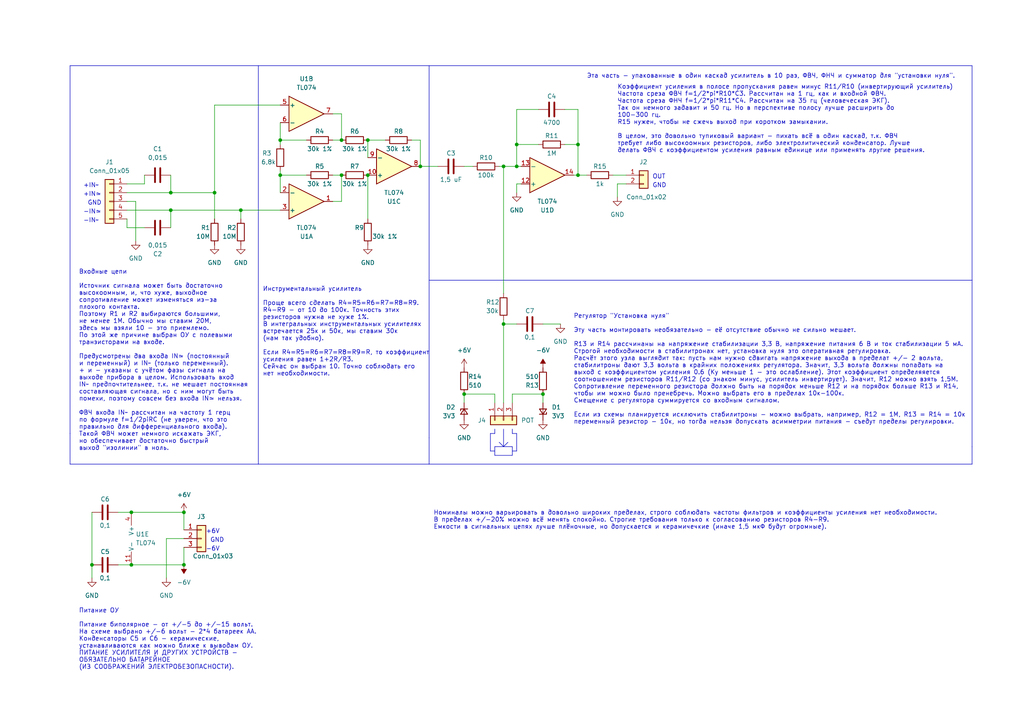
<source format=kicad_sch>
(kicad_sch (version 20230121) (generator eeschema)
  (paper "A4")
  (lib_symbols
    (symbol "Amplifier_Operational:TL074" (pin_names (offset 0.127))
      (property "Reference" "U" (at 0 5.08 0))
      (property "Value" "TL074" (at 0 -5.08 0))
      (symbol "TL074_1_1"
        (polyline (pts (xy -5.08 5.08) (xy 5.08 0) (xy -5.08 -5.08) (xy -5.08 5.08)) (stroke (width 0.254)) (fill (type background)))
        (pin output line (at 7.62 0 180) (length 2.54) (name "~") (number "1"))
        (pin input line (at -7.62 -2.54 0) (length 2.54) (name "-") (number "2"))
        (pin input line (at -7.62 2.54 0) (length 2.54) (name "+") (number "3"))
      )
      (symbol "TL074_2_1"
        (polyline (pts (xy -5.08 5.08) (xy 5.08 0) (xy -5.08 -5.08) (xy -5.08 5.08)) (stroke (width 0.254)) (fill (type background)))
        (pin input line (at -7.62 2.54 0) (length 2.54) (name "+") (number "5"))
        (pin input line (at -7.62 -2.54 0) (length 2.54) (name "-") (number "6"))
        (pin output line (at 7.62 0 180) (length 2.54) (name "~") (number "7"))
      )
      (symbol "TL074_3_1"
        (polyline (pts (xy -5.08 5.08) (xy 5.08 0) (xy -5.08 -5.08) (xy -5.08 5.08)) (stroke (width 0.254)) (fill (type background)))
        (pin input line (at -7.62 2.54 0) (length 2.54) (name "+") (number "10"))
        (pin output line (at 7.62 0 180) (length 2.54) (name "~") (number "8"))
        (pin input line (at -7.62 -2.54 0) (length 2.54) (name "-") (number "9"))
      )
      (symbol "TL074_4_1"
        (polyline (pts (xy -5.08 5.08) (xy 5.08 0) (xy -5.08 -5.08) (xy -5.08 5.08)) (stroke (width 0.254)) (fill (type background)))
        (pin input line (at -7.62 2.54 0) (length 2.54) (name "+") (number "12"))
        (pin input line (at -7.62 -2.54 0) (length 2.54) (name "-") (number "13"))
        (pin output line (at 7.62 0 180) (length 2.54) (name "~") (number "14"))
      )
      (symbol "TL074_5_1"
        (pin power_in line (at -2.54 -7.62 90) (length 3.81) (name "V-") (number "11"))
        (pin power_in line (at -2.54 7.62 270) (length 3.81) (name "V+") (number "4"))
      )
    )
    (symbol "Connector_Generic:Conn_01x02" (pin_names (offset 1.016) hide)
      (property "Reference" "J" (at 0 2.54 0))
      (property "Value" "Conn_01x02" (at 0 -5.08 0))
      (symbol "Conn_01x02_1_1"
        (rectangle (start -1.27 -2.413) (end 0 -2.667) (stroke (width 0.1524)))
        (rectangle (start -1.27 0.127) (end 0 -0.127) (stroke (width 0.1524)))
        (rectangle (start -1.27 1.27) (end 1.27 -3.81) (stroke (width 0.254)) (fill (type background)))
        (pin passive line (at -5.08 0 0) (length 3.81) (name "Pin_1") (number "1"))
        (pin passive line (at -5.08 -2.54 0) (length 3.81) (name "Pin_2") (number "2"))
      )
    )
    (symbol "Connector_Generic:Conn_01x03" (pin_names (offset 1.016) hide)
      (property "Reference" "J" (at 0 5.08 0))
      (property "Value" "Conn_01x03" (at 0 -5.08 0))
      (symbol "Conn_01x03_1_1"
        (rectangle (start -1.27 -2.413) (end 0 -2.667) (stroke (width 0.1524)))
        (rectangle (start -1.27 0.127) (end 0 -0.127) (stroke (width 0.1524)))
        (rectangle (start -1.27 2.667) (end 0 2.413) (stroke (width 0.1524)))
        (rectangle (start -1.27 3.81) (end 1.27 -3.81) (stroke (width 0.254)) (fill (type background)))
        (pin passive line (at -5.08 2.54 0) (length 3.81) (name "Pin_1") (number "1"))
        (pin passive line (at -5.08 0 0) (length 3.81) (name "Pin_2") (number "2"))
        (pin passive line (at -5.08 -2.54 0) (length 3.81) (name "Pin_3") (number "3"))
      )
    )
    (symbol "Connector_Generic:Conn_01x05" (pin_names (offset 1.016) hide)
      (property "Reference" "J" (at 0 7.62 0))
      (property "Value" "Conn_01x05" (at 0 -7.62 0))
      (symbol "Conn_01x05_1_1"
        (rectangle (start -1.27 -4.953) (end 0 -5.207) (stroke (width 0.1524)))
        (rectangle (start -1.27 -2.413) (end 0 -2.667) (stroke (width 0.1524)))
        (rectangle (start -1.27 0.127) (end 0 -0.127) (stroke (width 0.1524)))
        (rectangle (start -1.27 2.667) (end 0 2.413) (stroke (width 0.1524)))
        (rectangle (start -1.27 5.207) (end 0 4.953) (stroke (width 0.1524)))
        (rectangle (start -1.27 6.35) (end 1.27 -6.35) (stroke (width 0.254)) (fill (type background)))
        (pin passive line (at -5.08 5.08 0) (length 3.81) (name "Pin_1") (number "1"))
        (pin passive line (at -5.08 2.54 0) (length 3.81) (name "Pin_2") (number "2"))
        (pin passive line (at -5.08 0 0) (length 3.81) (name "Pin_3") (number "3"))
        (pin passive line (at -5.08 -2.54 0) (length 3.81) (name "Pin_4") (number "4"))
        (pin passive line (at -5.08 -5.08 0) (length 3.81) (name "Pin_5") (number "5"))
      )
    )
    (symbol "Device:C" (pin_numbers hide) (pin_names (offset 0.254))
      (property "Reference" "C" (at 0.635 2.54 0))
      (property "Value" "C" (at 0.635 -2.54 0))
      (symbol "C_0_1"
        (polyline (pts (xy -2.032 -0.762) (xy 2.032 -0.762)) (stroke (width 0.508)))
        (polyline (pts (xy -2.032 0.762) (xy 2.032 0.762)) (stroke (width 0.508)))
      )
      (symbol "C_1_1"
        (pin passive line (at 0 3.81 270) (length 2.794) (name "~") (number "1"))
        (pin passive line (at 0 -3.81 90) (length 2.794) (name "~") (number "2"))
      )
    )
    (symbol "Device:D_Zener_Small" (pin_numbers hide) (pin_names (offset 0.254) hide)
      (property "Reference" "D" (at 0 2.286 0))
      (property "Value" "D_Zener_Small" (at 0 -2.286 0))
      (symbol "D_Zener_Small_0_1"
        (polyline (pts (xy 0.762 0) (xy -0.762 0)))
        (polyline (pts (xy -0.254 1.016) (xy -0.762 1.016) (xy -0.762 -1.016)) (stroke (width 0.254)))
        (polyline (pts (xy 0.762 1.016) (xy -0.762 0) (xy 0.762 -1.016) (xy 0.762 1.016)) (stroke (width 0.254)))
      )
      (symbol "D_Zener_Small_1_1"
        (pin passive line (at -2.54 0 0) (length 1.778) (name "K") (number "1"))
        (pin passive line (at 2.54 0 180) (length 1.778) (name "A") (number "2"))
      )
    )
    (symbol "Device:R" (pin_numbers hide) (pin_names (offset 0))
      (property "Reference" "R" (at 2.032 0 90))
      (property "Value" "R" (at 0 0 90))
      (symbol "R_0_1"
        (rectangle (start -1.016 -2.54) (end 1.016 2.54) (stroke (width 0.254)))
      )
      (symbol "R_1_1"
        (pin passive line (at 0 3.81 270) (length 1.27) (name "~") (number "1"))
        (pin passive line (at 0 -3.81 90) (length 1.27) (name "~") (number "2"))
      )
    )
    (symbol "power:+6V" (power) (pin_names (offset 0))
      (property "Value" "+6V" (at 0 3.556 0))
      (symbol "+6V_0_1"
        (polyline (pts (xy -0.762 1.27) (xy 0 2.54)))
        (polyline (pts (xy 0 0) (xy 0 2.54)))
        (polyline (pts (xy 0 2.54) (xy 0.762 1.27)))
      )
      (symbol "+6V_1_1"
        (pin power_in line (at 0 0 90) (length 0) hide (name "+6V") (number "1"))
      )
    )
    (symbol "power:-6V" (power) (pin_names (offset 0))
      (property "Value" "-6V" (at 0 3.81 0))
      (symbol "-6V_0_0"
        (pin power_in line (at 0 0 90) (length 0) hide (name "-6V") (number "1"))
      )
      (symbol "-6V_0_1"
        (polyline (pts (xy 0 0) (xy 0 1.27) (xy 0.762 1.27) (xy 0 2.54) (xy -0.762 1.27) (xy 0 1.27)) (fill (type outline)))
      )
    )
    (symbol "power:GND" (power) (pin_names (offset 0))
      (property "Value" "GND" (at 0 -3.81 0))
      (symbol "GND_0_1"
        (polyline (pts (xy 0 0) (xy 0 -1.27) (xy 1.27 -1.27) (xy 0 -2.54) (xy -1.27 -1.27) (xy 0 -1.27)))
      )
      (symbol "GND_1_1"
        (pin power_in line (at 0 0 270) (length 0) hide (name "GND") (number "1"))
      )
    )
  )
  (junction (at 149.86 41.91))
  (junction (at 134.62 114.3))
  (junction (at 167.64 50.8))
  (junction (at 106.68 50.8))
  (junction (at 99.06 50.8))
  (junction (at 106.68 40.64))
  (junction (at 53.34 148.59))
  (junction (at 62.23 55.88))
  (junction (at 38.1 148.59))
  (junction (at 81.28 40.64))
  (junction (at 81.28 50.8))
  (junction (at 69.85 60.96))
  (junction (at 38.1 163.83))
  (junction (at 49.53 55.88))
  (junction (at 53.34 163.83))
  (junction (at 26.67 163.83))
  (junction (at 121.92 48.26))
  (junction (at 167.64 41.91))
  (junction (at 146.05 48.26))
  (junction (at 149.86 48.26))
  (junction (at 49.53 60.96))
  (junction (at 157.48 114.3))
  (junction (at 99.06 40.64))
  (junction (at 146.05 93.98))
  (wire (pts (xy 163.83 41.91) (xy 167.64 41.91)))
  (polyline (pts (xy 142.24 125.73) (xy 142.24 130.81)))
  (wire (pts (xy 149.86 41.91) (xy 156.21 41.91)))
  (wire (pts (xy 134.62 114.3) (xy 143.51 114.3)))
  (wire (pts (xy 36.83 63.5) (xy 36.83 66.04)))
  (wire (pts (xy 149.86 53.34) (xy 149.86 55.88)))
  (wire (pts (xy 99.06 33.02) (xy 99.06 40.64)))
  (wire (pts (xy 106.68 50.8) (xy 106.68 63.5)))
  (wire (pts (xy 179.07 53.34) (xy 181.61 53.34)))
  (wire (pts (xy 146.05 48.26) (xy 149.86 48.26)))
  (wire (pts (xy 81.28 40.64) (xy 88.9 40.64)))
  (wire (pts (xy 36.83 53.34) (xy 41.91 53.34)))
  (wire (pts (xy 96.52 33.02) (xy 99.06 33.02)))
  (wire (pts (xy 36.83 66.04) (xy 41.91 66.04)))
  (wire (pts (xy 39.37 58.42) (xy 39.37 69.85)))
  (wire (pts (xy 62.23 30.48) (xy 62.23 55.88)))
  (wire (pts (xy 148.59 114.3) (xy 157.48 114.3)))
  (polyline (pts (xy 20.32 125.73) (xy 20.32 134.62)))
  (wire (pts (xy 119.38 40.64) (xy 121.92 40.64)))
  (wire (pts (xy 146.05 93.98) (xy 149.86 93.98)))
  (wire (pts (xy 96.52 58.42) (xy 99.06 58.42)))
  (wire (pts (xy 26.67 148.59) (xy 26.67 163.83)))
  (wire (pts (xy 69.85 60.96) (xy 69.85 63.5)))
  (polyline (pts (xy 281.94 129.54) (xy 281.94 134.62)))
  (wire (pts (xy 146.05 92.71) (xy 146.05 93.98)))
  (wire (pts (xy 41.91 50.8) (xy 41.91 53.34)))
  (polyline (pts (xy 148.59 130.81) (xy 149.86 130.81)))
  (wire (pts (xy 49.53 60.96) (xy 49.53 66.04)))
  (wire (pts (xy 163.83 31.75) (xy 167.64 31.75)))
  (wire (pts (xy 81.28 49.53) (xy 81.28 50.8)))
  (wire (pts (xy 177.8 50.8) (xy 181.61 50.8)))
  (polyline (pts (xy 142.24 130.81) (xy 143.51 130.81)))
  (wire (pts (xy 49.53 55.88) (xy 62.23 55.88)))
  (polyline (pts (xy 146.05 129.54) (xy 148.59 129.54)))
  (wire (pts (xy 149.86 31.75) (xy 156.21 31.75)))
  (wire (pts (xy 167.64 41.91) (xy 167.64 50.8)))
  (wire (pts (xy 148.59 114.3) (xy 148.59 116.84)))
  (wire (pts (xy 62.23 55.88) (xy 62.23 63.5)))
  (polyline (pts (xy 143.51 129.54) (xy 146.05 129.54)))
  (polyline (pts (xy 281.94 81.28) (xy 281.94 129.54)))
  (polyline (pts (xy 143.51 132.08) (xy 148.59 132.08)))
  (wire (pts (xy 167.64 31.75) (xy 167.64 41.91)))
  (wire (pts (xy 96.52 40.64) (xy 99.06 40.64)))
  (wire (pts (xy 48.26 156.21) (xy 53.34 156.21)))
  (polyline (pts (xy 142.24 125.73) (xy 143.51 125.73)))
  (wire (pts (xy 121.92 40.64) (xy 121.92 48.26)))
  (polyline (pts (xy 74.93 134.62) (xy 124.46 134.62)))
  (wire (pts (xy 134.62 114.3) (xy 134.62 116.84)))
  (wire (pts (xy 53.34 158.75) (xy 53.34 163.83)))
  (wire (pts (xy 157.48 93.98) (xy 162.56 93.98)))
  (polyline (pts (xy 148.59 129.54) (xy 148.59 132.08)))
  (wire (pts (xy 48.26 156.21) (xy 48.26 167.64)))
  (wire (pts (xy 106.68 40.64) (xy 106.68 45.72)))
  (wire (pts (xy 49.53 60.96) (xy 69.85 60.96)))
  (wire (pts (xy 149.86 48.26) (xy 151.13 48.26)))
  (polyline (pts (xy 147.32 128.27) (xy 146.05 129.54)))
  (wire (pts (xy 38.1 163.83) (xy 53.34 163.83)))
  (polyline (pts (xy 20.32 134.62) (xy 74.93 134.62)))
  (wire (pts (xy 167.64 50.8) (xy 170.18 50.8)))
  (wire (pts (xy 157.48 114.3) (xy 157.48 116.84)))
  (wire (pts (xy 146.05 93.98) (xy 146.05 116.84)))
  (wire (pts (xy 81.28 35.56) (xy 81.28 40.64)))
  (polyline (pts (xy 74.93 19.05) (xy 124.46 19.05)))
  (polyline (pts (xy 124.46 19.05) (xy 124.46 127)))
  (polyline (pts (xy 149.86 125.73) (xy 149.86 130.81)))
  (polyline (pts (xy 281.94 19.05) (xy 281.94 81.28)))
  (wire (pts (xy 36.83 58.42) (xy 39.37 58.42)))
  (polyline (pts (xy 146.05 124.46) (xy 146.05 129.54)))
  (wire (pts (xy 34.29 163.83) (xy 38.1 163.83)))
  (wire (pts (xy 144.78 48.26) (xy 146.05 48.26)))
  (polyline (pts (xy 124.46 19.05) (xy 281.94 19.05)))
  (wire (pts (xy 34.29 148.59) (xy 38.1 148.59)))
  (polyline (pts (xy 20.32 19.05) (xy 20.32 125.73)))
  (wire (pts (xy 99.06 50.8) (xy 99.06 58.42)))
  (polyline (pts (xy 124.46 134.62) (xy 281.94 134.62)))
  (polyline (pts (xy 144.78 128.27) (xy 146.05 129.54)))
  (wire (pts (xy 96.52 50.8) (xy 99.06 50.8)))
  (polyline (pts (xy 148.59 124.46) (xy 148.59 125.73)))
  (wire (pts (xy 62.23 30.48) (xy 81.28 30.48)))
  (wire (pts (xy 53.34 148.59) (xy 53.34 153.67)))
  (wire (pts (xy 36.83 60.96) (xy 49.53 60.96)))
  (wire (pts (xy 149.86 31.75) (xy 149.86 41.91)))
  (wire (pts (xy 166.37 50.8) (xy 167.64 50.8)))
  (wire (pts (xy 26.67 163.83) (xy 26.67 167.64)))
  (wire (pts (xy 106.68 40.64) (xy 111.76 40.64)))
  (wire (pts (xy 38.1 148.59) (xy 53.34 148.59)))
  (polyline (pts (xy 20.32 19.05) (xy 74.93 19.05)))
  (wire (pts (xy 146.05 48.26) (xy 146.05 85.09)))
  (polyline (pts (xy 124.46 81.28) (xy 281.94 81.28)))
  (polyline (pts (xy 148.59 125.73) (xy 149.86 125.73)))
  (wire (pts (xy 69.85 60.96) (xy 81.28 60.96)))
  (wire (pts (xy 134.62 48.26) (xy 137.16 48.26)))
  (wire (pts (xy 149.86 41.91) (xy 149.86 48.26)))
  (polyline (pts (xy 74.93 19.05) (xy 74.93 134.62)))
  (wire (pts (xy 36.83 55.88) (xy 49.53 55.88)))
  (polyline (pts (xy 143.51 124.46) (xy 143.51 125.73)))
  (wire (pts (xy 49.53 50.8) (xy 49.53 55.88)))
  (polyline (pts (xy 124.46 127) (xy 124.46 134.62)))
  (wire (pts (xy 179.07 53.34) (xy 179.07 57.15)))
  (wire (pts (xy 81.28 50.8) (xy 81.28 55.88)))
  (wire (pts (xy 81.28 40.64) (xy 81.28 41.91)))
  (wire (pts (xy 143.51 114.3) (xy 143.51 116.84)))
  (wire (pts (xy 149.86 53.34) (xy 151.13 53.34)))
  (polyline (pts (xy 143.51 129.54) (xy 143.51 132.08)))
  (wire (pts (xy 121.92 48.26) (xy 127 48.26)))
  (wire (pts (xy 81.28 50.8) (xy 88.9 50.8)))
  (text "+IN~" (at 24.13 54.61 0) (effects (font (size 1.27 1.27)) (justify left bottom)))
  (text "Входные цепи\n\nИсточник сигнала может быть достаточно\nвысокоомным, и, что хуже, выходное \nсопротивление может изменяться из-за \nплохого контакта.\nПоэтому R1 и R2 выбираются большими,\nне менее 1М. Обычно мы ставим 20М,\nздесь мы взяли 10 - это приемлемо.\nПо этой же причине выбран ОУ с полевыми\nтранзисторами на входе.\n\nПредусмотрены два входа IN≃ (постоянный\nи переменный) и IN~ (только переменный).\n+ и - указаны с учётом фазы сигнала на \nвыходе прибора в целом. Использовать вход\nIN~ предпочтительнее, т.к. не мешает постоянная\nсоставляющая сигнала, но с ним могут быть \nпомехи, поэтому совсем без входа IN≃ нельзя.\n\nФВЧ входа IN~ рассчитан на частоту 1 герц\nпо формуле f=1/2piRC (не уверен, что это \nправильно для дифференциального входа).\nТакой ФВЧ может немного искажать ЭКГ, \nно обеспечивает достаточно быстрый \nвыход \"изолинии\" в ноль." (at 22.86 130.81 0) (effects (font (size 1.27 1.27)) (justify left bottom)))
  (text "+6V" (at 59.69 154.94 0) (effects (font (size 1.27 1.27)) (justify left bottom)))
  (text "OUT" (at 189.23 52.07 0) (effects (font (size 1.27 1.27)) (justify left bottom)))
  (text "Питание ОУ\n\nПитание биполярное - от +/-5 до +/-15 вольт.\nНа схеме выбрано +/-6 вольт - 2*4 батареек АА.\nКонденсаторы C5 и C6 - керамические,\nустанавливаются как можно ближе к выводам ОУ.\nПИТАНИЕ УСИЛИТЕЛЯ И ДРУГИХ УСТРОЙСТВ - \nОБЯЗАТЕЛЬНО БАТАРЕЙНОЕ\n(ИЗ СООБРАЖЕНИЙ ЭЛЕКТРОБЕЗОПАСНОСТИ)." (at 22.86 194.31 0) (effects (font (size 1.27 1.27)) (justify left bottom)))
  (text "-IN≃" (at 24.13 62.23 0) (effects (font (size 1.27 1.27)) (justify left bottom)))
  (text "Инструментальный усилитель\n\nПроще всего сделать R4=R5=R6=R7=R8=R9.\nR4-R9 - от 10 до 100к. Точность этих \nрезисторов нужна не хуже 1%.\nВ интегральных инструментальных усилителях\nвстречается 25к и 50к, мы ставим 30к\n(нам так удобно).\n\nЕсли R4=R5=R6=R7=R8=R9=R, то коэффициент\nусиления равен 1+2R/R3.\nСейчас он выбран 10. Точно соблюдать его\nнет необходимости.\n" (at 76.2 109.22 0) (effects (font (size 1.27 1.27)) (justify left bottom)))
  (text "Эта часть - упакованные в один каскад усилитель в 10 раз, ФВЧ, ФНЧ и сумматор для \"установки нуля\"." (at 170.18 22.86 0) (effects (font (size 1.27 1.27)) (justify left bottom)))
  (text "GND" (at 60.96 157.48 0) (effects (font (size 1.27 1.27)) (justify left bottom)))
  (text "GND" (at 189.23 54.61 0) (effects (font (size 1.27 1.27)) (justify left bottom)))
  (text "GND" (at 25.4 59.69 0) (effects (font (size 1.27 1.27)) (justify left bottom)))
  (text "Регулятор \"Установка нуля\"\n\nЭту часть монтировать необязательно - её отсутствие обычно не сильно мешает.\n\nR13 и R14 рассчинаны на напряжение стабилизации 3,3 В, напряжение питания 6 В и ток стабилизации 5 мА.\nСтрогой необходимости в стабилитронах нет, установка нуля это оперативная регулировка.\nРасчёт этого узла выглядит так: пусть нам нужно сдвигать напряжение выхода в пределат +/- 2 вольта,\nстабилитроны дают 3,3 вольта в крайних положениях регулятора. Значит, 3,3 вольта должны попадать на\nвыход с коэффициентом усиления 0.6 (Ку меньше 1 - это ослабление). Этот коэффициент определяяется\nсоотношением резисторов R11/R12 (со знаком минус, усилитель инвертирует). Значит, R12 можно взять 1,5М.\nСопротивление переменного резистора должно быть на порядок меньше R12 и на порядок больше R13 и R14,\nчтобы им можно было пренебречь. Можно выбрать его в пределах 10к-100к.\nСмещение с регулятора суммируется со входным сигналом.\n\nЕсли из схемы планируется исключить стабилитроны - можно выбрать, например, R12 = 1M, R13 = R14 = 10к\nпеременный резистор - 10к, но тогда нельзя допускать асимметрии питания - съедут пределы регулировки. " (at 166.37 123.19 0) (effects (font (size 1.27 1.27)) (justify left bottom)))
  (text "-6V" (at 59.69 160.02 0) (effects (font (size 1.27 1.27)) (justify left bottom)))
  (text "Коэффициент усиления в полосе пропускания равен минус R11/R10 (инвертирующий усилитель)\nЧастота среза ФВЧ f=1/2*pi*R10*C3. Рассчитан на 1 гц, как и входной ФВЧ.\nЧастота среза ФНЧ f=1/2*pi*R11*C4. Рассчитан на 35 гц (человеческая ЭКГ).\nТак он немного задавит и 50 гц. Но в перспективе полосу лучше расширить до \n100-300 гц.\nR15 нужен, чтобы не сжечь выход при коротком замыкании.\n\nВ целом, это довольно тупиковый вариант - пихать всё в один каскад, т.к. ФВЧ\nтребует либо высокоомных резисторов, либо электролитический конденсатор. Лучше\nделать ФВЧ с коэффициентом усиления равным единице или применять лругие решения." (at 179.07 44.45 0) (effects (font (size 1.27 1.27)) (justify left bottom)))
  (text "Номиналы можно варьировать в довольно широких пределах, строго соблюдать частоты фильтров и коэффициенты усиления нет необходимости.\nВ пределах +/-20% можно всё менять спокойно. Строгие требования только к согласованию резисторов R4-R9.\nЕмкости в сигнальных цепях лучше плёночные, но допускается и керамичечкие (иначе 1,5 мкФ будут огромные)." (at 125.73 153.67 0) (effects (font (size 1.27 1.27)) (justify left bottom)))
  (text "+IN≃" (at 24.13 57.15 0) (effects (font (size 1.27 1.27)) (justify left bottom)))
  (text "-IN~" (at 24.13 64.77 0) (effects (font (size 1.27 1.27)) (justify left bottom)))
  (symbol (lib_id "Device:R") (at 81.28 45.72 0) (mirror x) (unit 1)
    (property "Reference" "R3" (at 78.74 44.45 0) (effects (justify right)))
    (property "Value" "6,8k" (at 80.01 46.99 0) (effects (justify right)))
    (property "Footprint" "Resistor_THT:R_Axial_DIN0207_L6.3mm_D2.5mm_P10.16mm_Horizontal" (effects hide))
  )
  (symbol (lib_id "Connector_Generic:Conn_01x03") (at 58.42 156.21 0) (unit 1)
    (property "Reference" "J3" (at 57.15 149.86 0) (effects (justify left)))
    (property "Value" "Conn_01x03" (at 55.88 161.29 0) (effects (justify left)))
    (property "Footprint" "Connector_Wire:SolderWire-0.5sqmm_1x03_P4.6mm_D0.9mm_OD2.1mm" (effects hide))
  )
  (symbol (lib_id "Device:R") (at 62.23 67.31 0) (mirror y) (unit 1)
    (property "Reference" "R1" (at 60.96 66.04 0) (effects (justify left)))
    (property "Value" "10M" (at 60.96 68.58 0) (effects (justify left)))
    (property "Footprint" "Resistor_THT:R_Axial_DIN0207_L6.3mm_D2.5mm_P15.24mm_Horizontal" (effects hide))
  )
  (symbol (lib_id "Device:C") (at 160.02 31.75 90) (unit 1)
    (property "Reference" "C4" (at 160.02 27.94 90))
    (property "Value" "4700" (at 160.02 35.56 90))
    (property "Footprint" "Capacitor_THT:C_Rect_L7.0mm_W4.5mm_P5.00mm" (effects hide))
  )
  (symbol (lib_id "power:+6V") (at 134.62 106.68 0) (unit 1)
    (property "Reference" "#PWR015" (effects hide))
    (property "Value" "+6V" (at 134.62 101.6 0))
  )
  (symbol (lib_id "Amplifier_Operational:TL074") (at 114.3 48.26 0) (mirror x) (unit 3)
    (property "Reference" "U1" (at 114.3 58.42 0))
    (property "Value" "TL074" (at 114.3 55.88 0))
    (property "Footprint" "Package_DIP:DIP-14_W7.62mm_LongPads" (effects hide))
    (property "Datasheet" "http://www.ti.com/lit/ds/symlink/tl071.pdf" (effects hide))
  )
  (symbol (lib_id "power:GND") (at 62.23 71.12 0) (unit 1)
    (property "Reference" "#PWR02" (effects hide))
    (property "Value" "GND" (at 62.23 76.2 0))
  )
  (symbol (lib_id "Device:C") (at 45.72 50.8 90) (unit 1)
    (property "Reference" "C1" (at 45.72 43.18 90))
    (property "Value" "0,015" (at 45.72 45.72 90))
    (property "Footprint" "Capacitor_THT:C_Rect_L7.0mm_W4.5mm_P5.00mm" (effects hide))
  )
  (symbol (lib_id "power:GND") (at 106.68 71.12 0) (unit 1)
    (property "Reference" "#PWR03" (effects hide))
    (property "Value" "GND" (at 106.68 76.2 0))
  )
  (symbol (lib_id "power:GND") (at 162.56 93.98 0) (unit 1)
    (property "Reference" "#PWR012" (effects hide))
    (property "Value" "GND" (at 162.56 99.06 0))
  )
  (symbol (lib_id "Device:D_Zener_Small") (at 157.48 119.38 270) (mirror x) (unit 1)
    (property "Reference" "D1" (at 160.02 118.11 90) (effects (justify left)))
    (property "Value" "3V3" (at 160.02 120.65 90) (effects (justify left)))
    (property "Footprint" "Diode_THT:D_A-405_P10.16mm_Horizontal" (effects hide))
  )
  (symbol (lib_id "Device:R") (at 92.71 50.8 90) (unit 1)
    (property "Reference" "R5" (at 92.71 48.26 90))
    (property "Value" "30k 1%" (at 92.71 53.34 90))
    (property "Footprint" "Resistor_THT:R_Axial_DIN0207_L6.3mm_D2.5mm_P2.54mm_Vertical" (effects hide))
  )
  (symbol (lib_id "Device:R") (at 69.85 67.31 0) (mirror x) (unit 1)
    (property "Reference" "R2" (at 68.58 66.04 0) (effects (justify right)))
    (property "Value" "10M" (at 68.58 68.58 0) (effects (justify right)))
    (property "Footprint" "Resistor_THT:R_Axial_DIN0207_L6.3mm_D2.5mm_P15.24mm_Horizontal" (effects hide))
  )
  (symbol (lib_id "Device:R") (at 115.57 40.64 270) (unit 1)
    (property "Reference" "R8" (at 115.57 38.1 90))
    (property "Value" "30k 1%" (at 115.57 43.18 90))
    (property "Footprint" "Resistor_THT:R_Axial_DIN0207_L6.3mm_D2.5mm_P2.54mm_Vertical" (effects hide))
  )
  (symbol (lib_id "Device:C") (at 30.48 163.83 90) (unit 1)
    (property "Reference" "C5" (at 30.48 160.02 90))
    (property "Value" "0,1" (at 30.48 167.64 90))
    (property "Footprint" "Capacitor_THT:C_Rect_L7.0mm_W4.5mm_P5.00mm" (effects hide))
  )
  (symbol (lib_id "Device:R") (at 134.62 110.49 0) (mirror y) (unit 1)
    (property "Reference" "R14" (at 139.7 109.22 0) (effects (justify left)))
    (property "Value" "510" (at 139.7 111.76 0) (effects (justify left)))
    (property "Footprint" "Resistor_THT:R_Axial_DIN0207_L6.3mm_D2.5mm_P10.16mm_Horizontal" (effects hide))
  )
  (symbol (lib_id "Device:C") (at 45.72 66.04 90) (mirror x) (unit 1)
    (property "Reference" "C2" (at 45.72 73.66 90))
    (property "Value" "0,015" (at 45.72 71.12 90))
    (property "Footprint" "Capacitor_THT:C_Rect_L7.0mm_W4.5mm_P5.00mm" (effects hide))
  )
  (symbol (lib_id "Device:R") (at 140.97 48.26 270) (unit 1)
    (property "Reference" "R10" (at 140.97 45.72 90))
    (property "Value" "100k" (at 140.97 50.8 90))
    (property "Footprint" "Resistor_THT:R_Axial_DIN0207_L6.3mm_D2.5mm_P10.16mm_Horizontal" (effects hide))
  )
  (symbol (lib_id "Device:R") (at 160.02 41.91 270) (unit 1)
    (property "Reference" "R11" (at 160.02 39.37 90))
    (property "Value" "1M" (at 160.02 44.45 90))
    (property "Footprint" "Resistor_THT:R_Axial_DIN0207_L6.3mm_D2.5mm_P2.54mm_Vertical" (effects hide))
  )
  (symbol (lib_id "power:-6V") (at 53.34 163.83 180) (unit 1)
    (property "Reference" "#PWR011" (effects hide))
    (property "Value" "-6V" (at 53.34 168.91 0))
  )
  (symbol (lib_id "Device:C") (at 153.67 93.98 90) (unit 1)
    (property "Reference" "C7" (at 153.67 90.17 90))
    (property "Value" "0,1" (at 153.67 97.79 90))
    (property "Footprint" "Capacitor_THT:C_Rect_L7.0mm_W4.5mm_P5.00mm" (effects hide))
  )
  (symbol (lib_id "power:GND") (at 48.26 167.64 0) (unit 1)
    (property "Reference" "#PWR06" (effects hide))
    (property "Value" "GND" (at 48.26 172.72 0))
  )
  (symbol (lib_id "Device:C") (at 130.81 48.26 90) (unit 1)
    (property "Reference" "C3" (at 130.81 44.45 90))
    (property "Value" "1,5 uF" (at 130.81 52.07 90))
    (property "Footprint" "Capacitor_THT:C_Rect_L16.5mm_W5.0mm_P15.00mm_MKT" (effects hide))
  )
  (symbol (lib_id "power:-6V") (at 157.48 106.68 0) (unit 1)
    (property "Reference" "#PWR014" (effects hide))
    (property "Value" "-6V" (at 157.48 101.6 0))
  )
  (symbol (lib_id "power:GND") (at 134.62 121.92 0) (unit 1)
    (property "Reference" "#PWR08" (effects hide))
    (property "Value" "GND" (at 134.62 127 0))
  )
  (symbol (lib_id "Device:R") (at 106.68 67.31 0) (unit 1)
    (property "Reference" "R9" (at 102.87 66.04 0) (effects (justify left)))
    (property "Value" "30k 1%" (at 107.95 68.58 0) (effects (justify left)))
    (property "Footprint" "Resistor_THT:R_Axial_DIN0207_L6.3mm_D2.5mm_P10.16mm_Horizontal" (effects hide))
  )
  (symbol (lib_id "power:GND") (at 179.07 57.15 0) (unit 1)
    (property "Reference" "#PWR05" (effects hide))
    (property "Value" "GND" (at 179.07 62.23 0))
  )
  (symbol (lib_id "power:+6V") (at 53.34 148.59 0) (unit 1)
    (property "Reference" "#PWR010" (effects hide))
    (property "Value" "+6V" (at 53.34 143.51 0))
  )
  (symbol (lib_id "Device:R") (at 102.87 50.8 270) (unit 1)
    (property "Reference" "R7" (at 102.87 48.26 90))
    (property "Value" "30k 1%" (at 102.87 53.34 90))
    (property "Footprint" "Resistor_THT:R_Axial_DIN0207_L6.3mm_D2.5mm_P10.16mm_Horizontal" (effects hide))
  )
  (symbol (lib_id "Amplifier_Operational:TL074") (at 158.75 50.8 0) (mirror x) (unit 4)
    (property "Reference" "U1" (at 158.75 60.96 0))
    (property "Value" "TL074" (at 158.75 58.42 0))
    (property "Footprint" "Package_DIP:DIP-14_W7.62mm_LongPads" (effects hide))
    (property "Datasheet" "http://www.ti.com/lit/ds/symlink/tl071.pdf" (effects hide))
  )
  (symbol (lib_id "Device:C") (at 30.48 148.59 90) (unit 1)
    (property "Reference" "C6" (at 30.48 144.78 90))
    (property "Value" "0,1" (at 30.48 152.4 90))
    (property "Footprint" "Capacitor_THT:C_Rect_L7.0mm_W4.5mm_P5.00mm" (effects hide))
  )
  (symbol (lib_id "Amplifier_Operational:TL074") (at 40.64 156.21 0) (unit 5)
    (property "Reference" "U1" (at 39.37 154.94 0) (effects (justify left)))
    (property "Value" "TL074" (at 39.37 157.48 0) (effects (justify left)))
    (property "Footprint" "Package_DIP:DIP-14_W7.62mm_LongPads" (effects hide))
    (property "Datasheet" "http://www.ti.com/lit/ds/symlink/tl071.pdf" (effects hide))
  )
  (symbol (lib_id "Device:R") (at 157.48 110.49 0) (mirror x) (unit 1)
    (property "Reference" "R13" (at 152.4 111.76 0) (effects (justify left)))
    (property "Value" "510" (at 152.4 109.22 0) (effects (justify left)))
    (property "Footprint" "Resistor_THT:R_Axial_DIN0207_L6.3mm_D2.5mm_P10.16mm_Horizontal" (effects hide))
  )
  (symbol (lib_id "Connector_Generic:Conn_01x05") (at 31.75 58.42 0) (mirror y) (unit 1)
    (property "Reference" "J1" (at 31.75 46.99 0))
    (property "Value" "Conn_01x05" (at 31.75 49.53 0))
    (property "Footprint" "Connector_Wire:SolderWire-0.5sqmm_1x05_P4.6mm_D0.9mm_OD2.1mm" (effects hide))
  )
  (symbol (lib_id "Device:R") (at 92.71 40.64 90) (unit 1)
    (property "Reference" "R4" (at 92.71 38.1 90))
    (property "Value" "30k 1%" (at 92.71 43.18 90))
    (property "Footprint" "Resistor_THT:R_Axial_DIN0207_L6.3mm_D2.5mm_P2.54mm_Vertical" (effects hide))
  )
  (symbol (lib_id "Device:R") (at 173.99 50.8 270) (unit 1)
    (property "Reference" "R15" (at 173.99 48.26 90))
    (property "Value" "1k" (at 173.99 53.34 90))
    (property "Footprint" "Resistor_THT:R_Axial_DIN0207_L6.3mm_D2.5mm_P10.16mm_Horizontal" (effects hide))
  )
  (symbol (lib_id "Connector_Generic:Conn_01x02") (at 186.69 50.8 0) (unit 1)
    (property "Reference" "J2" (at 185.42 46.99 0) (effects (justify left)))
    (property "Value" "Conn_01x02" (at 181.61 57.15 0) (effects (justify left)))
    (property "Footprint" "Connector_Wire:SolderWire-0.5sqmm_1x02_P4.6mm_D0.9mm_OD2.1mm" (effects hide))
  )
  (symbol (lib_id "power:GND") (at 26.67 167.64 0) (unit 1)
    (property "Reference" "#PWR07" (effects hide))
    (property "Value" "GND" (at 26.67 172.72 0))
  )
  (symbol (lib_id "Device:R") (at 146.05 88.9 0) (unit 1)
    (property "Reference" "R12" (at 140.97 87.63 0) (effects (justify left)))
    (property "Value" "30k" (at 140.97 90.17 0) (effects (justify left)))
    (property "Footprint" "Resistor_THT:R_Axial_DIN0207_L6.3mm_D2.5mm_P10.16mm_Horizontal" (effects hide))
  )
  (symbol (lib_id "Amplifier_Operational:TL074") (at 88.9 58.42 0) (mirror x) (unit 1)
    (property "Reference" "U1" (at 88.9 68.58 0))
    (property "Value" "TL074" (at 88.9 66.04 0))
    (property "Footprint" "Package_DIP:DIP-14_W7.62mm_LongPads" (effects hide))
    (property "Datasheet" "http://www.ti.com/lit/ds/symlink/tl071.pdf" (effects hide))
  )
  (symbol (lib_id "Device:D_Zener_Small") (at 134.62 119.38 90) (mirror x) (unit 1)
    (property "Reference" "D2" (at 132.08 118.11 90) (effects (justify left)))
    (property "Value" "3V3" (at 132.08 120.65 90) (effects (justify left)))
    (property "Footprint" "Diode_THT:D_A-405_P10.16mm_Horizontal" (effects hide))
  )
  (symbol (lib_id "Connector_Generic:Conn_01x03") (at 146.05 121.92 90) (mirror x) (unit 1)
    (property "Reference" "J4" (at 140.97 121.92 90) (effects (justify left)))
    (property "Value" "POT" (at 154.94 121.92 90) (effects (justify left)))
    (property "Footprint" "Connector_Wire:SolderWire-0.5sqmm_1x03_P4.6mm_D0.9mm_OD2.1mm" (effects hide))
  )
  (symbol (lib_id "power:GND") (at 39.37 69.85 0) (unit 1)
    (property "Reference" "#PWR013" (effects hide))
    (property "Value" "GND" (at 39.37 74.93 0))
  )
  (symbol (lib_id "power:GND") (at 69.85 71.12 0) (unit 1)
    (property "Reference" "#PWR01" (effects hide))
    (property "Value" "GND" (at 69.85 76.2 0))
  )
  (symbol (lib_id "power:GND") (at 157.48 121.92 0) (unit 1)
    (property "Reference" "#PWR09" (effects hide))
    (property "Value" "GND" (at 157.48 127 0))
  )
  (symbol (lib_id "Amplifier_Operational:TL074") (at 88.9 33.02 0) (unit 2)
    (property "Reference" "U1" (at 88.9 22.86 0))
    (property "Value" "TL074" (at 88.9 25.4 0))
    (property "Footprint" "Package_DIP:DIP-14_W7.62mm_LongPads" (effects hide))
    (property "Datasheet" "http://www.ti.com/lit/ds/symlink/tl071.pdf" (effects hide))
  )
  (symbol (lib_id "Device:R") (at 102.87 40.64 90) (unit 1)
    (property "Reference" "R6" (at 102.87 38.1 90))
    (property "Value" "30k 1%" (at 102.87 43.18 90))
    (property "Footprint" "Resistor_THT:R_Axial_DIN0207_L6.3mm_D2.5mm_P10.16mm_Horizontal" (effects hide))
  )
  (symbol (lib_id "power:GND") (at 149.86 55.88 0) (unit 1)
    (property "Reference" "#PWR04" (effects hide))
    (property "Value" "GND" (at 149.86 60.96 0))
  )
)
</source>
